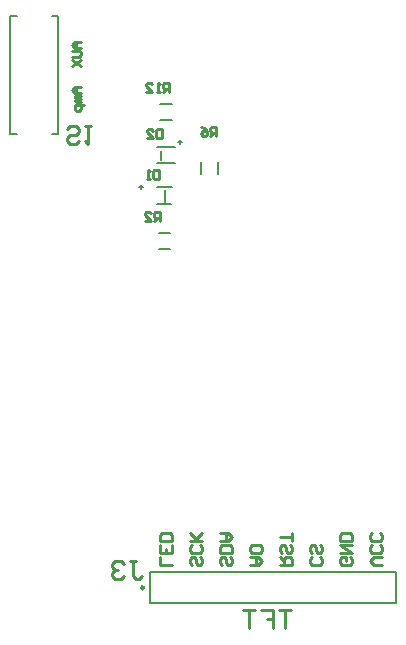
<source format=gbo>
G04*
G04 #@! TF.GenerationSoftware,Altium Limited,Altium Designer,22.0.2 (36)*
G04*
G04 Layer_Color=32896*
%FSLAX25Y25*%
%MOIN*%
G70*
G04*
G04 #@! TF.SameCoordinates,7C6212BA-1BE9-4310-A8C3-E6ACAF7CF704*
G04*
G04*
G04 #@! TF.FilePolarity,Positive*
G04*
G01*
G75*
%ADD11C,0.00787*%
%ADD12C,0.00984*%
%ADD13C,0.00500*%
%ADD14C,0.01000*%
D11*
X395532Y268744D02*
X399468D01*
X395532Y274256D02*
X399468D01*
X392516Y150803D02*
Y161197D01*
X474484D01*
Y150803D02*
Y161197D01*
X392516Y150803D02*
X474484D01*
X396031Y317256D02*
X399969D01*
X396031Y311744D02*
X399969D01*
X409744Y294032D02*
Y297969D01*
X415256Y294032D02*
Y297969D01*
D12*
X390646Y156000D02*
G03*
X390646Y156000I-492J0D01*
G01*
D13*
X361874Y307315D02*
Y346685D01*
X346126Y334874D02*
Y346685D01*
Y327000D02*
Y334874D01*
Y319126D02*
Y327000D01*
Y307315D02*
Y319126D01*
X359918Y307315D02*
X361874D01*
X346126D02*
X348182D01*
X359918Y346685D02*
X361874D01*
X346126D02*
X348182D01*
X397638Y284575D02*
Y288425D01*
X395000Y284000D02*
X399500D01*
X395000Y289500D02*
X400000D01*
X395000Y297500D02*
X401000D01*
X395000Y303000D02*
X401000D01*
X396162Y298575D02*
Y301425D01*
X389000Y289666D02*
X390333D01*
X389666Y290333D02*
Y289000D01*
X402000Y304666D02*
X403333D01*
X402666Y305333D02*
Y304000D01*
D14*
X395900Y278300D02*
Y281299D01*
X394401D01*
X393901Y280799D01*
Y279800D01*
X394401Y279300D01*
X395900D01*
X394900D02*
X393901Y278300D01*
X390902D02*
X392901D01*
X390902Y280299D01*
Y280799D01*
X391402Y281299D01*
X392401D01*
X392901Y280799D01*
X369000Y305001D02*
X368000Y304001D01*
X366001D01*
X365001Y305001D01*
Y306000D01*
X366001Y307000D01*
X368000D01*
X369000Y308000D01*
Y308999D01*
X368000Y309999D01*
X366001D01*
X365001Y308999D01*
X370999Y309999D02*
X372999D01*
X371999D01*
Y304001D01*
X370999Y305001D01*
X439500Y148498D02*
X435501D01*
X437501D01*
Y142500D01*
X429503Y148498D02*
X433502D01*
Y145499D01*
X431503D01*
X433502D01*
Y142500D01*
X427504Y148498D02*
X423505D01*
X425504D01*
Y142500D01*
X469999Y163500D02*
X467333D01*
X466000Y164833D01*
X467333Y166166D01*
X469999D01*
X469332Y170165D02*
X469999Y169498D01*
Y168165D01*
X469332Y167499D01*
X466666D01*
X466000Y168165D01*
Y169498D01*
X466666Y170165D01*
X469332Y174163D02*
X469999Y173497D01*
Y172164D01*
X469332Y171497D01*
X466666D01*
X466000Y172164D01*
Y173497D01*
X466666Y174163D01*
X459332Y166166D02*
X459999Y165499D01*
Y164166D01*
X459332Y163500D01*
X456666D01*
X456000Y164166D01*
Y165499D01*
X456666Y166166D01*
X457999D01*
Y164833D01*
X456000Y167499D02*
X459999D01*
X456000Y170165D01*
X459999D01*
Y171497D02*
X456000D01*
Y173497D01*
X456666Y174163D01*
X459332D01*
X459999Y173497D01*
Y171497D01*
X449332Y166166D02*
X449999Y165499D01*
Y164166D01*
X449332Y163500D01*
X446666D01*
X446000Y164166D01*
Y165499D01*
X446666Y166166D01*
X449332Y170165D02*
X449999Y169498D01*
Y168165D01*
X449332Y167499D01*
X448666D01*
X447999Y168165D01*
Y169498D01*
X447333Y170165D01*
X446666D01*
X446000Y169498D01*
Y168165D01*
X446666Y167499D01*
X436000Y163500D02*
X439999D01*
Y165499D01*
X439332Y166166D01*
X437999D01*
X437333Y165499D01*
Y163500D01*
Y164833D02*
X436000Y166166D01*
X439332Y170165D02*
X439999Y169498D01*
Y168165D01*
X439332Y167499D01*
X438666D01*
X437999Y168165D01*
Y169498D01*
X437333Y170165D01*
X436666D01*
X436000Y169498D01*
Y168165D01*
X436666Y167499D01*
X439999Y171497D02*
Y174163D01*
Y172830D01*
X436000D01*
X426000Y163500D02*
X428666D01*
X429999Y164833D01*
X428666Y166166D01*
X426000D01*
X427999D01*
Y163500D01*
X429332Y167499D02*
X429999Y168165D01*
Y169498D01*
X429332Y170165D01*
X426666D01*
X426000Y169498D01*
Y168165D01*
X426666Y167499D01*
X429332D01*
X419332Y166166D02*
X419999Y165499D01*
Y164166D01*
X419332Y163500D01*
X418666D01*
X417999Y164166D01*
Y165499D01*
X417333Y166166D01*
X416666D01*
X416000Y165499D01*
Y164166D01*
X416666Y163500D01*
X419999Y167499D02*
X416000D01*
Y169498D01*
X416666Y170165D01*
X419332D01*
X419999Y169498D01*
Y167499D01*
X416000Y171497D02*
X418666D01*
X419999Y172830D01*
X418666Y174163D01*
X416000D01*
X417999D01*
Y171497D01*
X409332Y166166D02*
X409999Y165499D01*
Y164166D01*
X409332Y163500D01*
X408666D01*
X407999Y164166D01*
Y165499D01*
X407333Y166166D01*
X406666D01*
X406000Y165499D01*
Y164166D01*
X406666Y163500D01*
X409332Y170165D02*
X409999Y169498D01*
Y168165D01*
X409332Y167499D01*
X406666D01*
X406000Y168165D01*
Y169498D01*
X406666Y170165D01*
X409999Y171497D02*
X406000D01*
X407333D01*
X409999Y174163D01*
X407999Y172164D01*
X406000Y174163D01*
X399999Y163500D02*
X396000D01*
Y166166D01*
X399999Y170165D02*
Y167499D01*
X396000D01*
Y170165D01*
X397999Y167499D02*
Y168832D01*
X399999Y171497D02*
X396000D01*
Y173497D01*
X396666Y174163D01*
X399332D01*
X399999Y173497D01*
Y171497D01*
X386000Y164999D02*
X387999D01*
X386999D01*
Y160001D01*
X387999Y159001D01*
X388999D01*
X389998Y160001D01*
X384000Y163999D02*
X383001Y164999D01*
X381001D01*
X380002Y163999D01*
Y163000D01*
X381001Y162000D01*
X382001D01*
X381001D01*
X380002Y161000D01*
Y160001D01*
X381001Y159001D01*
X383001D01*
X384000Y160001D01*
X369500Y338000D02*
X367501D01*
X366501Y337000D01*
X367501Y336001D01*
X369500D01*
X368001D01*
Y338000D01*
X366501Y335001D02*
X369001D01*
X369500Y334501D01*
Y333502D01*
X369001Y333002D01*
X366501D01*
Y332002D02*
X369500Y330003D01*
X366501D02*
X369500Y332002D01*
Y323005D02*
X367501D01*
X366501Y322005D01*
X367501Y321006D01*
X369500D01*
X368001D01*
Y323005D01*
X369500Y320006D02*
X367501D01*
Y319506D01*
X368001Y319006D01*
X369500D01*
X368001D01*
X367501Y318506D01*
X368001Y318006D01*
X369500D01*
X370500Y317007D02*
X367501D01*
Y315507D01*
X368001Y315007D01*
X369001D01*
X369500Y315507D01*
Y317007D01*
X395500Y295299D02*
Y292300D01*
X394001D01*
X393501Y292800D01*
Y294799D01*
X394001Y295299D01*
X395500D01*
X392501Y292300D02*
X391501D01*
X392001D01*
Y295299D01*
X392501Y294799D01*
X398900Y321300D02*
Y324299D01*
X397400D01*
X396901Y323799D01*
Y322799D01*
X397400Y322300D01*
X398900D01*
X397900D02*
X396901Y321300D01*
X395901D02*
X394901D01*
X395401D01*
Y324299D01*
X395901Y323799D01*
X391402Y321300D02*
X393402D01*
X391402Y323299D01*
Y323799D01*
X391902Y324299D01*
X392902D01*
X393402Y323799D01*
X414700Y306600D02*
Y309599D01*
X413201D01*
X412701Y309099D01*
Y308100D01*
X413201Y307600D01*
X414700D01*
X413700D02*
X412701Y306600D01*
X409702Y309599D02*
X410701Y309099D01*
X411701Y308100D01*
Y307100D01*
X411201Y306600D01*
X410202D01*
X409702Y307100D01*
Y307600D01*
X410202Y308100D01*
X411701D01*
X396500Y308799D02*
Y305800D01*
X395001D01*
X394501Y306300D01*
Y308299D01*
X395001Y308799D01*
X396500D01*
X391502Y305800D02*
X393501D01*
X391502Y307799D01*
Y308299D01*
X392002Y308799D01*
X393001D01*
X393501Y308299D01*
M02*

</source>
